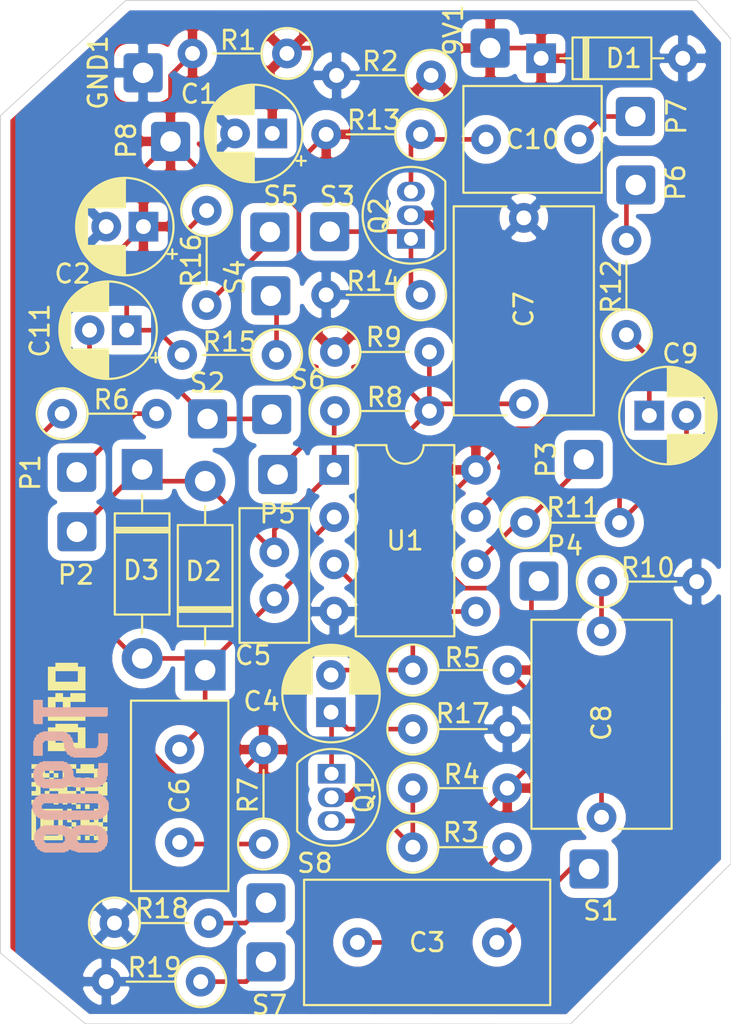
<source format=kicad_pcb>
(kicad_pcb (version 20171130) (host pcbnew 5.1.9)
  (layers (0 F.Cu signal hide) (31 B.Cu signal hide) (34 B.Paste user hide) (35 F.Paste user hide) (36 B.SilkS user) (37 F.SilkS user) (38 B.Mask user) (39 F.Mask user hide) (44 Edge.Cuts user))
  (net 0 "")
  (net 1 +9V)
  (net 2 GND)
  (net 3 VCC)
  (net 4 "Net-(C3-Pad1)")
  (net 5 "Net-(C3-Pad2)")
  (net 6 "Net-(C4-Pad2)")
  (net 7 "Net-(C4-Pad1)")
  (net 8 "Net-(C5-Pad1)")
  (net 9 "Net-(C5-Pad2)")
  (net 10 "Net-(C6-Pad2)")
  (net 11 "Net-(C8-Pad2)")
  (net 12 "Net-(C8-Pad1)")
  (net 13 "Net-(C9-Pad1)")
  (net 14 "Net-(C9-Pad2)")
  (net 15 "Net-(C10-Pad1)")
  (net 16 "Net-(C10-Pad2)")
  (net 17 "Net-(C11-Pad2)")
  (net 18 "Net-(C11-Pad1)")
  (net 19 "Net-(Q1-Pad3)")
  (net 20 "Net-(C7-Pad1)")
  (net 21 "Net-(P1-Pad1)")
  (net 22 "Net-(P3-Pad1)")
  (net 23 "Net-(P6-Pad1)")
  (net 24 "Net-(Q2-Pad1)")
  (net 25 "Net-(R15-Pad1)")
  (net 26 "Net-(R16-Pad2)")
  (net 27 "Net-(R18-Pad2)")
  (net 28 "Net-(R19-Pad1)")
  (module Capacitor_THT:CP_Radial_D5.0mm_P2.00mm (layer F.Cu) (at 246.17 119.7 90)
    (fp_text reference C4 (at 0.58 -3.74) (layer F.SilkS))
    (fp_text value "1uF/50V NP")
    (pad 2 thru_hole circle (at 2 0 90) (size 1.6 1.6) (drill 0.8) (layers *.Cu *.Mask) (net 6 "Net-(C4-Pad2)"))
    (pad 1 thru_hole rect (at 0 0 90) (size 1.6 1.6) (drill 0.8) (layers *.Cu *.Mask) (net 7 "Net-(C4-Pad1)"))
  )
  (module ts908:ts908-resize (layer B.Cu) (at 230.06 118.99 270)
    (fp_text reference TS908 hide)
    (fp_text value "" (at 0 0 270) (layer B.SilkS) (effects (font (size 1.27 1.27)) (justify mirror)))
  )
  (module ts908:QR-Code (layer F.Cu) (at 230.06 126.58 90)
    (fp_text reference QR-Code hide)
    (fp_text value "" (at 0 0 90) (layer F.SilkS) (effects (font (size 1.27 1.27))))
  )
  (module ts908:drd-logo (layer F.Cu) (at 231.94 119.42 90)
    (fp_text reference G*** hide)
    (fp_text value LOGO hide)
  )
  (module Capacitor_THT:C_Rect_L11.0mm_W7.3mm_P10.00mm_MKT (layer F.Cu) (at 260.72 125.35 90)
    (fp_text reference C8 (at 5.08 0 90) (layer F.SilkS))
    (fp_text value 0.22uF/35V)
    (pad 2 thru_hole circle (at 10 0 90) (size 1.6 1.6) (drill 0.8) (layers *.Cu *.Mask) (net 11 "Net-(C8-Pad2)"))
    (pad 1 thru_hole circle (at 0 0 90) (size 1.6 1.6) (drill 0.8) (layers *.Cu *.Mask) (net 12 "Net-(C8-Pad1)"))
  )
  (module Connector_Wire:SolderWire-0.5sqmm_1x01_D0.9mm_OD2.1mm (layer F.Cu) (at 232.49 106.8)
    (fp_text reference P1 (at -2.48 0.02 90) (layer F.SilkS))
    (fp_text value "DRIVE POT 3")
    (pad 1 thru_hole roundrect (at 0 0) (size 2.1 2.1) (drill 1.1) (layers *.Cu *.Mask) (roundrect_rratio 0.1190471428571429) (net 21 "Net-(P1-Pad1)"))
  )
  (module Package_DIP:DIP-8_W7.62mm (layer F.Cu) (at 246.34 106.67)
    (fp_text reference U1 (at 3.81 3.81) (layer F.SilkS))
    (fp_text value RC4559)
    (pad 8 thru_hole oval (at 7.62 0) (size 1.6 1.6) (drill 0.8) (layers *.Cu *.Mask) (net 1 +9V))
    (pad 4 thru_hole oval (at 0 7.62) (size 1.6 1.6) (drill 0.8) (layers *.Cu *.Mask) (net 2 GND))
    (pad 7 thru_hole oval (at 7.62 2.54) (size 1.6 1.6) (drill 0.8) (layers *.Cu *.Mask) (net 14 "Net-(C9-Pad2)"))
    (pad 3 thru_hole oval (at 0 5.08) (size 1.6 1.6) (drill 0.8) (layers *.Cu *.Mask) (net 6 "Net-(C4-Pad2)"))
    (pad 6 thru_hole oval (at 7.62 5.08) (size 1.6 1.6) (drill 0.8) (layers *.Cu *.Mask) (net 22 "Net-(P3-Pad1)"))
    (pad 2 thru_hole oval (at 0 2.54) (size 1.6 1.6) (drill 0.8) (layers *.Cu *.Mask) (net 9 "Net-(C5-Pad2)"))
    (pad 5 thru_hole oval (at 7.62 7.62) (size 1.6 1.6) (drill 0.8) (layers *.Cu *.Mask) (net 20 "Net-(C7-Pad1)"))
    (pad 1 thru_hole rect (at 0 0) (size 1.6 1.6) (drill 0.8) (layers *.Cu *.Mask) (net 8 "Net-(C5-Pad1)"))
  )
  (module Resistor_THT:R_Axial_DIN0207_L6.3mm_D2.5mm_P5.08mm_Vertical (layer F.Cu) (at 251.55 85.46 180)
    (fp_text reference R2 (at 2.73 0.76) (layer F.SilkS))
    (fp_text value 10K)
    (pad 1 thru_hole circle (at 0 0 180) (size 1.6 1.6) (drill 0.8) (layers *.Cu *.Mask) (net 3 VCC))
    (pad 2 thru_hole oval (at 5.08 0 180) (size 1.6 1.6) (drill 0.8) (layers *.Cu *.Mask) (net 2 GND))
  )
  (module ts908:ts908-art (layer F.Cu) (at 220.98 94.615)
    (fp_text reference G*** hide)
    (fp_text value LOGO hide)
  )
  (module Capacitor_THT:C_Rect_L10.0mm_W5.0mm_P5.00mm_P7.50mm (layer F.Cu) (at 238.03 120.45 270)
    (fp_text reference C6 (at 3.75 0 90) (layer F.SilkS))
    (fp_text value 0.047uF)
    (pad 2 thru_hole circle (at 6.25 0 270) (size 1.6 1.6) (drill 0.8) (layers *.Cu *.Mask) (net 10 "Net-(C6-Pad2)"))
    (pad 1 thru_hole circle (at 1.25 0 270) (size 1.6 1.6) (drill 0.8) (layers *.Cu *.Mask) (net 9 "Net-(C5-Pad2)"))
  )
  (module Connector_Wire:SolderWire-0.5sqmm_1x01_D0.9mm_OD2.1mm (layer F.Cu) (at 246.1 93.86 270)
    (fp_text reference S3 (at -1.9 -0.41 180) (layer F.SilkS))
    (fp_text value "DPDT A-COMM")
    (pad 1 thru_hole roundrect (at 0 0 270) (size 2.1 2.1) (drill 1.1) (layers *.Cu *.Mask) (roundrect_rratio 0.1190471428571429) (net 24 "Net-(Q2-Pad1)"))
  )
  (module Resistor_THT:R_Axial_DIN0207_L6.3mm_D2.5mm_P5.08mm_Vertical (layer F.Cu) (at 239.16 134.19 180)
    (fp_text reference R19 (at 2.48 0.76 180) (layer F.SilkS))
    (fp_text value 100K)
    (pad 2 thru_hole oval (at 5.08 0 180) (size 1.6 1.6) (drill 0.8) (layers *.Cu *.Mask) (net 2 GND))
    (pad 1 thru_hole circle (at 0 0 180) (size 1.6 1.6) (drill 0.8) (layers *.Cu *.Mask) (net 28 "Net-(R19-Pad1)"))
  )
  (module Connector_Wire:SolderWire-0.5sqmm_1x01_D0.9mm_OD2.1mm (layer F.Cu) (at 243.3 106.92)
    (fp_text reference P5 (at 0 2.11 180) (layer F.SilkS))
    (fp_text value "TONE POT 3")
    (pad 1 thru_hole roundrect (at 0 0) (size 2.1 2.1) (drill 1.1) (layers *.Cu *.Mask) (roundrect_rratio 0.1190471428571429) (net 20 "Net-(C7-Pad1)"))
  )
  (module Package_TO_SOT_THT:TO-92_Inline (layer F.Cu) (at 250.47 94.25 90)
    (fp_text reference Q2 (at 1.23 -1.72 90) (layer F.SilkS))
    (fp_text value 2SC1815)
    (pad 1 thru_hole rect (at 0 0 90) (size 1.05 1.5) (drill 0.75) (layers *.Cu *.Mask) (net 24 "Net-(Q2-Pad1)"))
    (pad 3 thru_hole oval (at 2.54 0 90) (size 1.05 1.5) (drill 0.75) (layers *.Cu *.Mask) (net 15 "Net-(C10-Pad1)"))
    (pad 2 thru_hole oval (at 1.27 0 90) (size 1.05 1.5) (drill 0.75) (layers *.Cu *.Mask) (net 1 +9V))
  )
  (module Resistor_THT:R_Axial_DIN0207_L6.3mm_D2.5mm_P5.08mm_Vertical (layer F.Cu) (at 250.99 88.63 180)
    (fp_text reference R13 (at 2.51 0.77) (layer F.SilkS))
    (fp_text value 510K)
    (pad 1 thru_hole circle (at 0 0 180) (size 1.6 1.6) (drill 0.8) (layers *.Cu *.Mask) (net 15 "Net-(C10-Pad1)"))
    (pad 2 thru_hole oval (at 5.08 0 180) (size 1.6 1.6) (drill 0.8) (layers *.Cu *.Mask) (net 3 VCC))
  )
  (module Resistor_THT:R_Axial_DIN0207_L6.3mm_D2.5mm_P5.08mm_Vertical (layer F.Cu) (at 246.38 103.505)
    (fp_text reference R8 (at 2.69 -0.735) (layer F.SilkS))
    (fp_text value 1K)
    (pad 2 thru_hole oval (at 5.08 0) (size 1.6 1.6) (drill 0.8) (layers *.Cu *.Mask) (net 20 "Net-(C7-Pad1)"))
    (pad 1 thru_hole circle (at 0 0) (size 1.6 1.6) (drill 0.8) (layers *.Cu *.Mask) (net 8 "Net-(C5-Pad1)"))
  )
  (module Resistor_THT:R_Axial_DIN0207_L6.3mm_D2.5mm_P5.08mm_Vertical (layer F.Cu) (at 250.57 117.435)
    (fp_text reference R5 (at 2.68 -0.665) (layer F.SilkS))
    (fp_text value 10K)
    (pad 2 thru_hole oval (at 5.08 0) (size 1.6 1.6) (drill 0.8) (layers *.Cu *.Mask) (net 3 VCC))
    (pad 1 thru_hole circle (at 0 0) (size 1.6 1.6) (drill 0.8) (layers *.Cu *.Mask) (net 6 "Net-(C4-Pad2)"))
  )
  (module Capacitor_THT:CP_Radial_D5.0mm_P2.00mm (layer F.Cu) (at 235.18 99.16 180)
    (fp_text reference C11 (at 4.67 -0.02 270) (layer F.SilkS))
    (fp_text value 10uF)
    (pad 2 thru_hole circle (at 2 0 180) (size 1.6 1.6) (drill 0.8) (layers *.Cu *.Mask) (net 17 "Net-(C11-Pad2)"))
    (pad 1 thru_hole rect (at 0 0 180) (size 1.6 1.6) (drill 0.8) (layers *.Cu *.Mask) (net 18 "Net-(C11-Pad1)"))
  )
  (module Capacitor_THT:CP_Radial_D5.0mm_P2.00mm (layer F.Cu) (at 236.08 93.59 180)
    (fp_text reference C2 (at 3.81 -2.54) (layer F.SilkS))
    (fp_text value 47uF/10V)
    (pad 1 thru_hole rect (at 0 0 180) (size 1.6 1.6) (drill 0.8) (layers *.Cu *.Mask) (net 3 VCC))
    (pad 2 thru_hole circle (at 2 0 180) (size 1.6 1.6) (drill 0.8) (layers *.Cu *.Mask) (net 2 GND))
  )
  (module Capacitor_THT:CP_Radial_D5.0mm_P2.00mm (layer F.Cu) (at 263.29 103.75)
    (fp_text reference C9 (at 1.67 -3.33 180) (layer F.SilkS))
    (fp_text value "1uF/50V NP")
    (pad 2 thru_hole circle (at 2 0) (size 1.6 1.6) (drill 0.8) (layers *.Cu *.Mask) (net 14 "Net-(C9-Pad2)"))
    (pad 1 thru_hole rect (at 0 0) (size 1.6 1.6) (drill 0.8) (layers *.Cu *.Mask) (net 13 "Net-(C9-Pad1)"))
  )
  (module Capacitor_THT:CP_Radial_D5.0mm_P2.00mm (layer F.Cu) (at 243.01 88.58 180)
    (fp_text reference C1 (at 3.96 2.12) (layer F.SilkS))
    (fp_text value 100uF/10V)
    (pad 1 thru_hole rect (at 0 0 180) (size 1.6 1.6) (drill 0.8) (layers *.Cu *.Mask) (net 1 +9V))
    (pad 2 thru_hole circle (at 2 0 180) (size 1.6 1.6) (drill 0.8) (layers *.Cu *.Mask) (net 2 GND))
  )
  (module Capacitor_THT:C_Rect_L11.0mm_W7.3mm_P10.00mm_MKT (layer F.Cu) (at 256.54 103.12 90)
    (fp_text reference C7 (at 5.08 0 90) (layer F.SilkS))
    (fp_text value 0.22uF/35V)
    (pad 2 thru_hole circle (at 10 0 90) (size 1.6 1.6) (drill 0.8) (layers *.Cu *.Mask) (net 2 GND))
    (pad 1 thru_hole circle (at 0 0 90) (size 1.6 1.6) (drill 0.8) (layers *.Cu *.Mask) (net 20 "Net-(C7-Pad1)"))
  )
  (module Connector_Wire:SolderWire-0.5sqmm_1x01_D0.9mm_OD2.1mm (layer F.Cu) (at 260.05 128.13 180)
    (fp_text reference S1 (at -0.635 -2.25) (layer F.SilkS))
    (fp_text value "3PDT A-LEFT")
    (pad 1 thru_hole roundrect (at 0 0 180) (size 2.1 2.1) (drill 1.1) (layers *.Cu *.Mask) (roundrect_rratio 0.1190471428571429) (net 5 "Net-(C3-Pad2)"))
  )
  (module Resistor_THT:R_Axial_DIN0207_L6.3mm_D2.5mm_P5.08mm_Vertical (layer F.Cu) (at 239.48 92.73 270)
    (fp_text reference R16 (at 2.69 0.83 90) (layer F.SilkS))
    (fp_text value 100)
    (pad 2 thru_hole oval (at 5.08 0 270) (size 1.6 1.6) (drill 0.8) (layers *.Cu *.Mask) (net 26 "Net-(R16-Pad2)"))
    (pad 1 thru_hole circle (at 0 0 270) (size 1.6 1.6) (drill 0.8) (layers *.Cu *.Mask) (net 18 "Net-(C11-Pad1)"))
  )
  (module Resistor_THT:R_Axial_DIN0207_L6.3mm_D2.5mm_P5.08mm_Vertical (layer F.Cu) (at 234.52 131.04)
    (fp_text reference R18 (at 2.56 -0.78 180) (layer F.SilkS))
    (fp_text value 10K)
    (pad 2 thru_hole oval (at 5.08 0) (size 1.6 1.6) (drill 0.8) (layers *.Cu *.Mask) (net 27 "Net-(R18-Pad2)"))
    (pad 1 thru_hole circle (at 0 0) (size 1.6 1.6) (drill 0.8) (layers *.Cu *.Mask) (net 2 GND))
  )
  (module Package_TO_SOT_THT:TO-92_Inline (layer F.Cu) (at 246.2 123.01 270)
    (fp_text reference Q1 (at 1.13 -1.75 270) (layer F.SilkS))
    (fp_text value 2SC1815)
    (pad 1 thru_hole rect (at 0 0 270) (size 1.05 1.5) (drill 0.75) (layers *.Cu *.Mask) (net 7 "Net-(C4-Pad1)"))
    (pad 3 thru_hole oval (at 2.54 0 270) (size 1.05 1.5) (drill 0.75) (layers *.Cu *.Mask) (net 19 "Net-(Q1-Pad3)"))
    (pad 2 thru_hole oval (at 1.27 0 270) (size 1.05 1.5) (drill 0.75) (layers *.Cu *.Mask) (net 1 +9V))
  )
  (module Connector_Wire:SolderWire-0.5sqmm_1x01_D0.9mm_OD2.1mm (layer F.Cu) (at 259.76 106.11 90)
    (fp_text reference P3 (at -0.01 -2.02 90) (layer F.SilkS))
    (fp_text value "TONE POT 1")
    (pad 1 thru_hole roundrect (at 0 0 90) (size 2.1 2.1) (drill 1.1) (layers *.Cu *.Mask) (roundrect_rratio 0.1190471428571429) (net 22 "Net-(P3-Pad1)"))
  )
  (module Connector_Wire:SolderWire-0.5sqmm_1x01_D0.9mm_OD2.1mm (layer F.Cu) (at 242.67 133.125)
    (fp_text reference S7 (at 0.19 2.325) (layer F.SilkS))
    (fp_text value "DPDT B-LEFT")
    (pad 1 thru_hole roundrect (at 0 0) (size 2.1 2.1) (drill 1.1) (layers *.Cu *.Mask) (roundrect_rratio 0.1190471428571429) (net 28 "Net-(R19-Pad1)"))
  )
  (module Resistor_THT:R_Axial_DIN0207_L6.3mm_D2.5mm_P5.08mm_Vertical (layer F.Cu) (at 242.54 126.79 90)
    (fp_text reference R7 (at 2.62 -0.83 90) (layer F.SilkS))
    (fp_text value 4K7)
    (pad 2 thru_hole oval (at 5.08 0 90) (size 1.6 1.6) (drill 0.8) (layers *.Cu *.Mask) (net 3 VCC))
    (pad 1 thru_hole circle (at 0 0 90) (size 1.6 1.6) (drill 0.8) (layers *.Cu *.Mask) (net 10 "Net-(C6-Pad2)"))
  )
  (module Connector_Wire:SolderWire-0.5sqmm_1x01_D0.9mm_OD2.1mm (layer F.Cu) (at 242.93 97.31 180)
    (fp_text reference S4 (at 1.92 1 90) (layer F.SilkS))
    (fp_text value "DPDT A-LEFT")
    (pad 1 thru_hole roundrect (at 0 0 180) (size 2.1 2.1) (drill 1.1) (layers *.Cu *.Mask) (roundrect_rratio 0.1190471428571429) (net 25 "Net-(R15-Pad1)"))
  )
  (module Resistor_THT:R_Axial_DIN0207_L6.3mm_D2.5mm_P5.08mm_Vertical (layer F.Cu) (at 243.24 100.49 180)
    (fp_text reference R15 (at 2.53 0.7) (layer F.SilkS))
    (fp_text value 470)
    (pad 2 thru_hole oval (at 5.08 0 180) (size 1.6 1.6) (drill 0.8) (layers *.Cu *.Mask) (net 18 "Net-(C11-Pad1)"))
    (pad 1 thru_hole circle (at 0 0 180) (size 1.6 1.6) (drill 0.8) (layers *.Cu *.Mask) (net 25 "Net-(R15-Pad1)"))
  )
  (module Connector_Wire:SolderWire-0.5sqmm_1x01_D0.9mm_OD2.1mm (layer F.Cu) (at 239.53 103.93 90)
    (fp_text reference S2 (at 1.94 -0.01) (layer F.SilkS))
    (fp_text value "3PDT A-RIGHT")
    (pad 1 thru_hole roundrect (at 0 0 90) (size 2.1 2.1) (drill 1.1) (layers *.Cu *.Mask) (roundrect_rratio 0.1190471428571429) (net 17 "Net-(C11-Pad2)"))
  )
  (module Connector_Wire:SolderWire-0.5sqmm_1x01_D0.9mm_OD2.1mm (layer F.Cu) (at 254.73 83.99 90)
    (fp_text reference 9V1 (at 0.97 -1.98 90) (layer F.SilkS))
    (fp_text value DC-JACK)
    (pad 1 thru_hole roundrect (at 0 0 90) (size 2.1 2.1) (drill 1.1) (layers *.Cu *.Mask) (roundrect_rratio 0.1190471428571429) (net 1 +9V))
  )
  (module Resistor_THT:R_Axial_DIN0207_L6.3mm_D2.5mm_P5.08mm_Vertical (layer F.Cu) (at 243.8 84.28 180)
    (fp_text reference R1 (at 2.63 0.71) (layer F.SilkS))
    (fp_text value 10K)
    (pad 2 thru_hole oval (at 5.08 0 180) (size 1.6 1.6) (drill 0.8) (layers *.Cu *.Mask) (net 3 VCC))
    (pad 1 thru_hole circle (at 0 0 180) (size 1.6 1.6) (drill 0.8) (layers *.Cu *.Mask) (net 1 +9V))
  )
  (module Diode_THT:D_DO-41_SOD81_P10.16mm_Horizontal (layer F.Cu) (at 236.01 106.65 270)
    (fp_text reference D3 (at 5.42 0.05 180) (layer F.SilkS))
    (fp_text value 1N4001)
    (pad 2 thru_hole oval (at 10.16 0 270) (size 2.2 2.2) (drill 1.1) (layers *.Cu *.Mask) (net 9 "Net-(C5-Pad2)"))
    (pad 1 thru_hole rect (at 0 0 270) (size 2.2 2.2) (drill 1.1) (layers *.Cu *.Mask) (net 8 "Net-(C5-Pad1)"))
  )
  (module Connector_Wire:SolderWire-0.5sqmm_1x01_D0.9mm_OD2.1mm (layer F.Cu) (at 242.67 129.95)
    (fp_text reference S8 (at 2.63 -2.13 180) (layer F.SilkS))
    (fp_text value "DPDT B-RIGHT")
    (pad 1 thru_hole roundrect (at 0 0) (size 2.1 2.1) (drill 1.1) (layers *.Cu *.Mask) (roundrect_rratio 0.1190471428571429) (net 27 "Net-(R18-Pad2)"))
  )
  (module Resistor_THT:R_Axial_DIN0207_L6.3mm_D2.5mm_P5.08mm_Vertical (layer F.Cu) (at 250.57 126.96)
    (fp_text reference R3 (at 2.59 -0.79 180) (layer F.SilkS))
    (fp_text value 1K)
    (pad 2 thru_hole oval (at 5.08 0) (size 1.6 1.6) (drill 0.8) (layers *.Cu *.Mask) (net 4 "Net-(C3-Pad1)"))
    (pad 1 thru_hole circle (at 0 0) (size 1.6 1.6) (drill 0.8) (layers *.Cu *.Mask) (net 19 "Net-(Q1-Pad3)"))
  )
  (module Connector_Wire:SolderWire-0.5sqmm_1x01_D0.9mm_OD2.1mm (layer F.Cu) (at 236.06 85.32 90)
    (fp_text reference GND1 (at 0.01 -2.42 270) (layer F.SilkS))
    (fp_text value DC-JACK)
    (pad 1 thru_hole roundrect (at 0 0 90) (size 2.1 2.1) (drill 1.1) (layers *.Cu *.Mask) (roundrect_rratio 0.1190471428571429) (net 2 GND))
  )
  (module Connector_Wire:SolderWire-0.5sqmm_1x01_D0.9mm_OD2.1mm (layer F.Cu) (at 262.54 87.67 90)
    (fp_text reference P7 (at 0 2.22 90) (layer F.SilkS))
    (fp_text value "VOL POT 2")
    (pad 1 thru_hole roundrect (at 0 0 90) (size 2.1 2.1) (drill 1.1) (layers *.Cu *.Mask) (roundrect_rratio 0.1190471428571429) (net 16 "Net-(C10-Pad2)"))
  )
  (module Resistor_THT:R_Axial_DIN0207_L6.3mm_D2.5mm_P5.08mm_Vertical (layer F.Cu) (at 260.76 112.68)
    (fp_text reference R10 (at 2.45 -0.75) (layer F.SilkS))
    (fp_text value 220)
    (pad 2 thru_hole oval (at 5.08 0) (size 1.6 1.6) (drill 0.8) (layers *.Cu *.Mask) (net 2 GND))
    (pad 1 thru_hole circle (at 0 0) (size 1.6 1.6) (drill 0.8) (layers *.Cu *.Mask) (net 11 "Net-(C8-Pad2)"))
  )
  (module Connector_Wire:SolderWire-0.5sqmm_1x01_D0.9mm_OD2.1mm (layer F.Cu) (at 242.88 93.88 90)
    (fp_text reference S5 (at 1.94 0.6 180) (layer F.SilkS))
    (fp_text value "DPDT A-RIGHT")
    (pad 1 thru_hole roundrect (at 0 0 90) (size 2.1 2.1) (drill 1.1) (layers *.Cu *.Mask) (roundrect_rratio 0.1190471428571429) (net 26 "Net-(R16-Pad2)"))
  )
  (module Capacitor_THT:C_Rect_L7.0mm_W3.5mm_P2.50mm_P5.00mm (layer F.Cu) (at 243.12 109.85 270)
    (fp_text reference C5 (at 6.8 1.14 180) (layer F.SilkS))
    (fp_text value 51pF)
    (pad 2 thru_hole circle (at 3.75 0 270) (size 1.6 1.6) (drill 0.8) (layers *.Cu *.Mask) (net 9 "Net-(C5-Pad2)"))
    (pad 1 thru_hole circle (at 1.25 0 270) (size 1.6 1.6) (drill 0.8) (layers *.Cu *.Mask) (net 8 "Net-(C5-Pad1)"))
  )
  (module Resistor_THT:R_Axial_DIN0207_L6.3mm_D2.5mm_P5.08mm_Vertical (layer F.Cu) (at 250.57 123.785)
    (fp_text reference R4 (at 2.63 -0.735) (layer F.SilkS))
    (fp_text value 510K)
    (pad 2 thru_hole oval (at 5.08 0) (size 1.6 1.6) (drill 0.8) (layers *.Cu *.Mask) (net 3 VCC))
    (pad 1 thru_hole circle (at 0 0) (size 1.6 1.6) (drill 0.8) (layers *.Cu *.Mask) (net 19 "Net-(Q1-Pad3)"))
  )
  (module Diode_THT:D_DO-35_SOD27_P7.62mm_Horizontal (layer F.Cu) (at 257.47 84.54)
    (fp_text reference D1 (at 4.445 0) (layer F.SilkS))
    (fp_text value 1N4148)
    (pad 2 thru_hole oval (at 7.62 0) (size 1.6 1.6) (drill 0.8) (layers *.Cu *.Mask) (net 2 GND))
    (pad 1 thru_hole rect (at 0 0) (size 1.6 1.6) (drill 0.8) (layers *.Cu *.Mask) (net 1 +9V))
  )
  (module Connector_Wire:SolderWire-0.5sqmm_1x01_D0.9mm_OD2.1mm (layer F.Cu) (at 232.5 110)
    (fp_text reference P2 (at -0.05 2.32 180) (layer F.SilkS))
    (fp_text value "DRIVE POT 2")
    (pad 1 thru_hole roundrect (at 0 0) (size 2.1 2.1) (drill 1.1) (layers *.Cu *.Mask) (roundrect_rratio 0.1190471428571429) (net 8 "Net-(C5-Pad1)"))
  )
  (module Connector_Wire:SolderWire-0.5sqmm_1x01_D0.9mm_OD2.1mm (layer F.Cu) (at 237.54 89.01 270)
    (fp_text reference P8 (at -0.05 2.38 90) (layer F.SilkS))
    (fp_text value "VOL POT 3")
    (pad 1 thru_hole roundrect (at 0 0 270) (size 2.1 2.1) (drill 1.1) (layers *.Cu *.Mask) (roundrect_rratio 0.1190471428571429) (net 3 VCC))
  )
  (module Resistor_THT:R_Axial_DIN0207_L6.3mm_D2.5mm_P5.08mm_Vertical (layer F.Cu) (at 256.61 109.51)
    (fp_text reference R11 (at 2.59 -0.81) (layer F.SilkS))
    (fp_text value 1K)
    (pad 2 thru_hole oval (at 5.08 0) (size 1.6 1.6) (drill 0.8) (layers *.Cu *.Mask) (net 14 "Net-(C9-Pad2)"))
    (pad 1 thru_hole circle (at 0 0) (size 1.6 1.6) (drill 0.8) (layers *.Cu *.Mask) (net 22 "Net-(P3-Pad1)"))
  )
  (module Capacitor_THT:C_Rect_L7.2mm_W5.5mm_P5.00mm_FKS2_FKP2_MKS2_MKP2 (layer F.Cu) (at 254.51 88.9)
    (fp_text reference C10 (at 2.5 0) (layer F.SilkS))
    (fp_text value 0.1uF)
    (pad 2 thru_hole circle (at 5 0) (size 1.6 1.6) (drill 0.8) (layers *.Cu *.Mask) (net 16 "Net-(C10-Pad2)"))
    (pad 1 thru_hole circle (at 0 0) (size 1.6 1.6) (drill 0.8) (layers *.Cu *.Mask) (net 15 "Net-(C10-Pad1)"))
  )
  (module Capacitor_THT:C_Rect_L13.0mm_W6.5mm_P7.50mm_P10.00mm (layer F.Cu) (at 246.34 132.08)
    (fp_text reference C3 (at 5 0) (layer F.SilkS))
    (fp_text value 0.02uF)
    (pad 2 thru_hole circle (at 8.75 0) (size 1.6 1.6) (drill 0.8) (layers *.Cu *.Mask) (net 5 "Net-(C3-Pad2)"))
    (pad 1 thru_hole circle (at 1.25 0) (size 1.6 1.6) (drill 0.8) (layers *.Cu *.Mask) (net 4 "Net-(C3-Pad1)"))
  )
  (module Resistor_THT:R_Axial_DIN0207_L6.3mm_D2.5mm_P5.08mm_Vertical (layer F.Cu) (at 231.71 103.65)
    (fp_text reference R6 (at 2.66 -0.75) (layer F.SilkS))
    (fp_text value 51K)
    (pad 2 thru_hole oval (at 5.08 0) (size 1.6 1.6) (drill 0.8) (layers *.Cu *.Mask) (net 21 "Net-(P1-Pad1)"))
    (pad 1 thru_hole circle (at 0 0) (size 1.6 1.6) (drill 0.8) (layers *.Cu *.Mask) (net 9 "Net-(C5-Pad2)"))
  )
  (module Connector_Wire:SolderWire-0.5sqmm_1x01_D0.9mm_OD2.1mm (layer F.Cu) (at 257.35 112.65)
    (fp_text reference P4 (at 1.4 -1.89) (layer F.SilkS))
    (fp_text value "TONE POT 2")
    (pad 1 thru_hole roundrect (at 0 0) (size 2.1 2.1) (drill 1.1) (layers *.Cu *.Mask) (roundrect_rratio 0.1190471428571429) (net 12 "Net-(C8-Pad1)"))
  )
  (module Resistor_THT:R_Axial_DIN0207_L6.3mm_D2.5mm_P5.08mm_Vertical (layer F.Cu) (at 262.06 99.41 90)
    (fp_text reference R12 (at 2.59 -0.82 90) (layer F.SilkS))
    (fp_text value 1K)
    (pad 2 thru_hole oval (at 5.08 0 90) (size 1.6 1.6) (drill 0.8) (layers *.Cu *.Mask) (net 23 "Net-(P6-Pad1)"))
    (pad 1 thru_hole circle (at 0 0 90) (size 1.6 1.6) (drill 0.8) (layers *.Cu *.Mask) (net 13 "Net-(C9-Pad1)"))
  )
  (module Connector_Wire:SolderWire-0.5sqmm_1x01_D0.9mm_OD2.1mm (layer F.Cu) (at 262.56 91.35 90)
    (fp_text reference P6 (at 0.13 2.14 90) (layer F.SilkS))
    (fp_text value "VOL POT 1")
    (pad 1 thru_hole roundrect (at 0 0 90) (size 2.1 2.1) (drill 1.1) (layers *.Cu *.Mask) (roundrect_rratio 0.1190471428571429) (net 23 "Net-(P6-Pad1)"))
  )
  (module Connector_Wire:SolderWire-0.5sqmm_1x01_D0.9mm_OD2.1mm (layer F.Cu) (at 242.98 103.69 180)
    (fp_text reference S6 (at -1.95 1.88) (layer F.SilkS))
    (fp_text value "DPDT B-COMM")
    (pad 1 thru_hole roundrect (at 0 0 180) (size 2.1 2.1) (drill 1.1) (layers *.Cu *.Mask) (roundrect_rratio 0.1190471428571429) (net 17 "Net-(C11-Pad2)"))
  )
  (module Resistor_THT:R_Axial_DIN0207_L6.3mm_D2.5mm_P5.08mm_Vertical (layer F.Cu) (at 246.38 100.33)
    (fp_text reference R9 (at 2.63 -0.79) (layer F.SilkS))
    (fp_text value 10K)
    (pad 2 thru_hole oval (at 5.08 0) (size 1.6 1.6) (drill 0.8) (layers *.Cu *.Mask) (net 20 "Net-(C7-Pad1)"))
    (pad 1 thru_hole circle (at 0 0) (size 1.6 1.6) (drill 0.8) (layers *.Cu *.Mask) (net 3 VCC))
  )
  (module Resistor_THT:R_Axial_DIN0207_L6.3mm_D2.5mm_P5.08mm_Vertical (layer F.Cu) (at 250.99 97.26 180)
    (fp_text reference R14 (at 2.54 0.73) (layer F.SilkS))
    (fp_text value 10K)
    (pad 2 thru_hole oval (at 5.08 0 180) (size 1.6 1.6) (drill 0.8) (layers *.Cu *.Mask) (net 2 GND))
    (pad 1 thru_hole circle (at 0 0 180) (size 1.6 1.6) (drill 0.8) (layers *.Cu *.Mask) (net 24 "Net-(Q2-Pad1)"))
  )
  (module Resistor_THT:R_Axial_DIN0207_L6.3mm_D2.5mm_P5.08mm_Vertical (layer F.Cu) (at 250.57 120.61)
    (fp_text reference R17 (at 2.68 -0.84 180) (layer F.SilkS))
    (fp_text value 10K)
    (pad 2 thru_hole oval (at 5.08 0) (size 1.6 1.6) (drill 0.8) (layers *.Cu *.Mask) (net 2 GND))
    (pad 1 thru_hole circle (at 0 0) (size 1.6 1.6) (drill 0.8) (layers *.Cu *.Mask) (net 7 "Net-(C4-Pad1)"))
  )
  (module Diode_THT:D_DO-41_SOD81_P10.16mm_Horizontal (layer F.Cu) (at 239.4 117.44 90)
    (fp_text reference D2 (at 5.32 -0.09 180) (layer F.SilkS))
    (fp_text value 1N4001)
    (pad 2 thru_hole oval (at 10.16 0 90) (size 2.2 2.2) (drill 1.1) (layers *.Cu *.Mask) (net 8 "Net-(C5-Pad1)"))
    (pad 1 thru_hole rect (at 0 0 90) (size 2.2 2.2) (drill 1.1) (layers *.Cu *.Mask) (net 9 "Net-(C5-Pad2)"))
  )
  (gr_line (start 265.84 81.43) (end 267.68 83.49) (layer Edge.Cuts) (width 0.05))
  (gr_line (start 228.39 87.62) (end 235.13 81.43) (layer Edge.Cuts) (width 0.05))
  (gr_line (start 228.39 132.65) (end 228.39 87.62) (layer Edge.Cuts) (width 0.05))
  (gr_line (start 232.97 136.46) (end 228.39 132.65) (layer Edge.Cuts) (width 0.05))
  (gr_line (start 259.05 136.47) (end 232.97 136.46) (layer Edge.Cuts) (width 0.05))
  (gr_line (start 267.68 127.84) (end 259.05 136.47) (layer Edge.Cuts) (width 0.05))
  (gr_line (start 267.68 83.49) (end 267.68 127.84) (layer Edge.Cuts) (width 0.05))
  (gr_line (start 235.13 81.43) (end 265.84 81.43) (layer Edge.Cuts) (width 0.05))
  (segment (start 243.01 85.07) (end 243.8 84.28) (width 0.25) (layer F.Cu) (net 1))
  (segment (start 243.01 88.58) (end 243.01 85.07) (width 0.25) (layer F.Cu) (net 1))
  (segment (start 250.47 92.98) (end 249.87 92.98) (width 0.25) (layer F.Cu) (net 1))
  (segment (start 256.92 83.99) (end 257.47 84.54) (width 0.25) (layer F.Cu) (net 1))
  (segment (start 254.73 83.99) (end 256.92 83.99) (width 0.25) (layer F.Cu) (net 1))
  (segment (start 251.060002 92.98) (end 250.47 92.98) (width 0.25) (layer F.Cu) (net 1))
  (segment (start 258.13 100.049998) (end 251.060002 92.98) (width 0.25) (layer F.Cu) (net 1))
  (segment (start 246.2 124.28) (end 246.99 124.28) (width 0.25) (layer F.Cu) (net 1))
  (segment (start 246.99 124.28) (end 249.13 122.14) (width 0.25) (layer F.Cu) (net 1))
  (segment (start 249.13 122.14) (end 251.76 122.14) (width 0.25) (layer F.Cu) (net 1))
  (segment (start 251.76 122.14) (end 253.21 120.69) (width 0.25) (layer F.Cu) (net 1))
  (segment (start 253.21 120.69) (end 253.21 117.28) (width 0.25) (layer F.Cu) (net 1))
  (segment (start 253.21 117.28) (end 255.36 115.13) (width 0.25) (layer F.Cu) (net 1))
  (segment (start 255.36 115.13) (end 255.36 113.59) (width 0.25) (layer F.Cu) (net 1))
  (segment (start 255.36 113.59) (end 254.8 113.03) (width 0.25) (layer F.Cu) (net 1))
  (segment (start 254.8 113.03) (end 253.33641 113.03) (width 0.25) (layer F.Cu) (net 1))
  (segment (start 253.33641 113.03) (end 252.36 112.05359) (width 0.25) (layer F.Cu) (net 1))
  (segment (start 252.36 108.27) (end 253.96 106.67) (width 0.25) (layer F.Cu) (net 1))
  (segment (start 252.36 112.05359) (end 252.36 108.27) (width 0.25) (layer F.Cu) (net 1))
  (segment (start 244.09 83.99) (end 243.8 84.28) (width 0.25) (layer F.Cu) (net 1))
  (segment (start 254.73 83.99) (end 244.09 83.99) (width 0.25) (layer F.Cu) (net 1))
  (segment (start 250.47 92.98) (end 253.35 92.98) (width 0.25) (layer F.Cu) (net 1))
  (segment (start 257.47 88.86) (end 257.47 84.54) (width 0.25) (layer F.Cu) (net 1))
  (segment (start 253.35 92.98) (end 257.47 88.86) (width 0.25) (layer F.Cu) (net 1))
  (segment (start 253.96 106.67) (end 256.17 104.46) (width 0.25) (layer F.Cu) (net 1))
  (segment (start 256.17 104.46) (end 257.13 104.46) (width 0.25) (layer F.Cu) (net 1))
  (segment (start 258.13 103.46) (end 258.13 103.34) (width 0.25) (layer F.Cu) (net 1))
  (segment (start 257.13 104.46) (end 258.13 103.46) (width 0.25) (layer F.Cu) (net 1))
  (segment (start 258.13 103.34) (end 258.13 100.049998) (width 0.25) (layer F.Cu) (net 1))
  (segment (start 255.65 117.435) (end 257.45 119.235) (width 0.25) (layer F.Cu) (net 3))
  (segment (start 257.45 121.985) (end 255.65 123.785) (width 0.25) (layer F.Cu) (net 3))
  (segment (start 257.45 119.235) (end 257.45 121.985) (width 0.25) (layer F.Cu) (net 3))
  (segment (start 248.38 88.63) (end 251.55 85.46) (width 0.25) (layer F.Cu) (net 3))
  (segment (start 245.91 88.63) (end 248.38 88.63) (width 0.25) (layer F.Cu) (net 3))
  (segment (start 246.38 100.33) (end 248.04 98.67) (width 0.25) (layer F.Cu) (net 3))
  (segment (start 248.04 98.67) (end 248.04 96.84) (width 0.25) (layer F.Cu) (net 3))
  (segment (start 248.04 96.84) (end 246.85 95.65) (width 0.25) (layer F.Cu) (net 3))
  (segment (start 246.85 95.65) (end 245.06 95.65) (width 0.25) (layer F.Cu) (net 3))
  (segment (start 245.06 95.65) (end 244.44 95.03) (width 0.25) (layer F.Cu) (net 3))
  (segment (start 244.44 95.03) (end 244.44 92.66) (width 0.25) (layer F.Cu) (net 3))
  (segment (start 239.22 90.69) (end 237.54 89.01) (width 0.25) (layer F.Cu) (net 3))
  (segment (start 242.47 90.69) (end 239.22 90.69) (width 0.25) (layer F.Cu) (net 3))
  (segment (start 236.08 90.47) (end 237.54 89.01) (width 0.25) (layer F.Cu) (net 3))
  (segment (start 236.08 93.59) (end 236.08 90.47) (width 0.25) (layer F.Cu) (net 3))
  (segment (start 237.54 85.46) (end 238.72 84.28) (width 0.25) (layer F.Cu) (net 3))
  (segment (start 237.54 89.01) (end 237.54 85.46) (width 0.25) (layer F.Cu) (net 3))
  (segment (start 243.655 90.885) (end 243.655 91.875) (width 0.25) (layer F.Cu) (net 3))
  (segment (start 245.91 88.63) (end 243.655 90.885) (width 0.25) (layer F.Cu) (net 3))
  (segment (start 243.655 91.875) (end 242.47 90.69) (width 0.25) (layer F.Cu) (net 3))
  (segment (start 244.44 92.66) (end 243.655 91.875) (width 0.25) (layer F.Cu) (net 3))
  (segment (start 242.54 123.317095) (end 244.12 124.897095) (width 0.25) (layer F.Cu) (net 3))
  (segment (start 242.54 121.71) (end 242.54 123.317095) (width 0.25) (layer F.Cu) (net 3))
  (segment (start 244.12 124.897095) (end 244.12 126.18) (width 0.25) (layer F.Cu) (net 3))
  (segment (start 244.12 126.18) (end 247.53 129.59) (width 0.25) (layer F.Cu) (net 3))
  (segment (start 247.53 129.59) (end 251.11 129.59) (width 0.25) (layer F.Cu) (net 3))
  (segment (start 251.11 129.59) (end 253.24 127.46) (width 0.25) (layer F.Cu) (net 3))
  (segment (start 253.24 126.195) (end 255.65 123.785) (width 0.25) (layer F.Cu) (net 3))
  (segment (start 253.24 127.46) (end 253.24 126.195) (width 0.25) (layer F.Cu) (net 3))
  (segment (start 242.54 121.71) (end 239.67 124.58) (width 0.25) (layer F.Cu) (net 3))
  (segment (start 239.244998 124.58) (end 229.859991 115.194993) (width 0.25) (layer F.Cu) (net 3))
  (segment (start 239.67 124.58) (end 239.244998 124.58) (width 0.25) (layer F.Cu) (net 3))
  (segment (start 229.859991 97.580009) (end 231.22 96.22) (width 0.25) (layer F.Cu) (net 3))
  (segment (start 233.45 96.22) (end 236.08 93.59) (width 0.25) (layer F.Cu) (net 3))
  (segment (start 231.22 96.22) (end 233.45 96.22) (width 0.25) (layer F.Cu) (net 3))
  (segment (start 250.53 132.08) (end 255.65 126.96) (width 0.25) (layer F.Cu) (net 4))
  (segment (start 247.59 132.08) (end 250.53 132.08) (width 0.25) (layer F.Cu) (net 4))
  (segment (start 259.04 128.13) (end 255.09 132.08) (width 0.25) (layer F.Cu) (net 5))
  (segment (start 260.05 128.13) (end 259.04 128.13) (width 0.25) (layer F.Cu) (net 5))
  (segment (start 246.435 117.435) (end 246.17 117.7) (width 0.25) (layer F.Cu) (net 6))
  (segment (start 250.57 117.435) (end 246.435 117.435) (width 0.25) (layer F.Cu) (net 6))
  (segment (start 250.57 115.98) (end 250.57 117.435) (width 0.25) (layer F.Cu) (net 6))
  (segment (start 246.34 111.75) (end 250.57 115.98) (width 0.25) (layer F.Cu) (net 6))
  (segment (start 247.08 120.61) (end 246.17 119.7) (width 0.25) (layer F.Cu) (net 7))
  (segment (start 250.57 120.61) (end 247.08 120.61) (width 0.25) (layer F.Cu) (net 7))
  (segment (start 246.2 119.73) (end 246.17 119.7) (width 0.25) (layer F.Cu) (net 7))
  (segment (start 246.2 123.01) (end 246.2 119.73) (width 0.25) (layer F.Cu) (net 7))
  (segment (start 246.34 103.545) (end 246.38 103.505) (width 0.25) (layer F.Cu) (net 8))
  (segment (start 246.34 106.67) (end 246.34 103.545) (width 0.25) (layer F.Cu) (net 8))
  (segment (start 239.4 107.38) (end 239.4 107.28) (width 0.25) (layer F.Cu) (net 8))
  (segment (start 243.12 111.1) (end 239.4 107.38) (width 0.25) (layer F.Cu) (net 8))
  (segment (start 236.64 107.28) (end 236.01 106.65) (width 0.25) (layer F.Cu) (net 8))
  (segment (start 239.4 107.28) (end 236.64 107.28) (width 0.25) (layer F.Cu) (net 8))
  (segment (start 235.85 106.65) (end 232.5 110) (width 0.25) (layer F.Cu) (net 8))
  (segment (start 236.01 106.65) (end 235.85 106.65) (width 0.25) (layer F.Cu) (net 8))
  (segment (start 243.12 109.89) (end 243.12 111.1) (width 0.25) (layer F.Cu) (net 8))
  (segment (start 246.34 106.67) (end 243.12 109.89) (width 0.25) (layer F.Cu) (net 8))
  (segment (start 238.77 116.81) (end 239.4 117.44) (width 0.25) (layer F.Cu) (net 9))
  (segment (start 236.01 116.81) (end 238.77 116.81) (width 0.25) (layer F.Cu) (net 9))
  (segment (start 239.4 120.33) (end 238.03 121.7) (width 0.25) (layer F.Cu) (net 9))
  (segment (start 239.4 117.44) (end 239.4 120.33) (width 0.25) (layer F.Cu) (net 9))
  (segment (start 239.4 117.32) (end 243.12 113.6) (width 0.25) (layer F.Cu) (net 9))
  (segment (start 239.4 117.44) (end 239.4 117.32) (width 0.25) (layer F.Cu) (net 9))
  (segment (start 243.12 113.6) (end 244.76 111.96) (width 0.25) (layer F.Cu) (net 9))
  (segment (start 244.76 110.79) (end 246.34 109.21) (width 0.25) (layer F.Cu) (net 9))
  (segment (start 244.76 111.96) (end 244.76 110.79) (width 0.25) (layer F.Cu) (net 9))
  (segment (start 231.71 103.65) (end 230.31 105.05) (width 0.25) (layer F.Cu) (net 9))
  (segment (start 230.31 105.05) (end 230.31 111.46) (width 0.25) (layer F.Cu) (net 9))
  (segment (start 235.66 116.81) (end 236.01 116.81) (width 0.25) (layer F.Cu) (net 9))
  (segment (start 230.31 111.46) (end 235.66 116.81) (width 0.25) (layer F.Cu) (net 9))
  (segment (start 238.12 126.79) (end 238.03 126.7) (width 0.25) (layer F.Cu) (net 10))
  (segment (start 242.54 126.79) (end 238.12 126.79) (width 0.25) (layer F.Cu) (net 10))
  (segment (start 260.34 114.97) (end 260.72 115.35) (width 0.25) (layer F.Cu) (net 11))
  (segment (start 260.72 112.72) (end 260.76 112.68) (width 0.25) (layer F.Cu) (net 11))
  (segment (start 260.72 115.35) (end 260.72 112.72) (width 0.25) (layer F.Cu) (net 11))
  (segment (start 260.72 119.65) (end 260.72 125.35) (width 0.25) (layer F.Cu) (net 12))
  (segment (start 256.95 115.88) (end 260.72 119.65) (width 0.25) (layer F.Cu) (net 12))
  (segment (start 256.95 113.05) (end 257.35 112.65) (width 0.25) (layer F.Cu) (net 12))
  (segment (start 256.95 115.88) (end 256.95 113.05) (width 0.25) (layer F.Cu) (net 12))
  (segment (start 263.29 100.64) (end 262.06 99.41) (width 0.25) (layer F.Cu) (net 13))
  (segment (start 263.29 103.75) (end 263.29 100.64) (width 0.25) (layer F.Cu) (net 13))
  (segment (start 265.29 105.91) (end 261.69 109.51) (width 0.25) (layer F.Cu) (net 14))
  (segment (start 265.29 103.75) (end 265.29 105.91) (width 0.25) (layer F.Cu) (net 14))
  (segment (start 261.69 109.51) (end 261.69 104.98) (width 0.25) (layer F.Cu) (net 14))
  (segment (start 261.69 104.98) (end 261.05 104.34) (width 0.25) (layer F.Cu) (net 14))
  (segment (start 261.05 104.34) (end 258.59 104.34) (width 0.25) (layer F.Cu) (net 14))
  (segment (start 258.59 104.34) (end 253.96 108.97) (width 0.25) (layer F.Cu) (net 14))
  (segment (start 253.96 108.97) (end 253.96 109.21) (width 0.25) (layer F.Cu) (net 14))
  (segment (start 251.26 88.9) (end 250.99 88.63) (width 0.25) (layer F.Cu) (net 15))
  (segment (start 254.51 88.9) (end 251.26 88.9) (width 0.25) (layer F.Cu) (net 15))
  (segment (start 250.47 89.15) (end 250.99 88.63) (width 0.25) (layer F.Cu) (net 15))
  (segment (start 250.47 91.71) (end 250.47 89.15) (width 0.25) (layer F.Cu) (net 15))
  (segment (start 260.74 87.67) (end 259.51 88.9) (width 0.25) (layer F.Cu) (net 16))
  (segment (start 262.54 87.67) (end 260.74 87.67) (width 0.25) (layer F.Cu) (net 16))
  (segment (start 242.74 103.93) (end 242.98 103.69) (width 0.25) (layer F.Cu) (net 17))
  (segment (start 239.53 103.93) (end 242.74 103.93) (width 0.25) (layer F.Cu) (net 17))
  (segment (start 233.18 100.29137) (end 234.94863 102.06) (width 0.25) (layer F.Cu) (net 17))
  (segment (start 233.18 99.16) (end 233.18 100.29137) (width 0.25) (layer F.Cu) (net 17))
  (segment (start 237.66 102.06) (end 239.53 103.93) (width 0.25) (layer F.Cu) (net 17))
  (segment (start 234.94863 102.06) (end 237.66 102.06) (width 0.25) (layer F.Cu) (net 17))
  (segment (start 236.83 99.16) (end 238.16 100.49) (width 0.25) (layer F.Cu) (net 18))
  (segment (start 235.18 99.16) (end 236.83 99.16) (width 0.25) (layer F.Cu) (net 18))
  (segment (start 235.18 97.03) (end 239.48 92.73) (width 0.25) (layer F.Cu) (net 18))
  (segment (start 235.18 99.16) (end 235.18 97.03) (width 0.25) (layer F.Cu) (net 18))
  (segment (start 250.57 123.785) (end 250.57 126.96) (width 0.25) (layer F.Cu) (net 19))
  (segment (start 249.16 125.55) (end 250.57 126.96) (width 0.25) (layer F.Cu) (net 19))
  (segment (start 246.2 125.55) (end 249.16 125.55) (width 0.25) (layer F.Cu) (net 19))
  (segment (start 251.46 100.33) (end 251.46 103.505) (width 0.25) (layer F.Cu) (net 20))
  (segment (start 251.845 103.12) (end 251.46 103.505) (width 0.25) (layer F.Cu) (net 20))
  (segment (start 256.54 103.12) (end 251.845 103.12) (width 0.25) (layer F.Cu) (net 20))
  (segment (start 243.3 106.92) (end 243.3 106.73) (width 0.25) (layer F.Cu) (net 20))
  (segment (start 243.3 106.73) (end 244.84 105.19) (width 0.25) (layer F.Cu) (net 20))
  (segment (start 244.84 105.19) (end 244.84 102.59) (width 0.25) (layer F.Cu) (net 20))
  (segment (start 244.84 102.59) (end 245.46 101.97) (width 0.25) (layer F.Cu) (net 20))
  (segment (start 249.925 101.97) (end 251.46 103.505) (width 0.25) (layer F.Cu) (net 20))
  (segment (start 245.46 101.97) (end 249.925 101.97) (width 0.25) (layer F.Cu) (net 20))
  (segment (start 253.96 114.29) (end 252.26 114.29) (width 0.25) (layer F.Cu) (net 20))
  (segment (start 252.26 114.29) (end 249.89 111.92) (width 0.25) (layer F.Cu) (net 20))
  (segment (start 249.89 105.075) (end 251.46 103.505) (width 0.25) (layer F.Cu) (net 20))
  (segment (start 249.89 111.92) (end 249.89 105.075) (width 0.25) (layer F.Cu) (net 20))
  (segment (start 232.50863 106.8) (end 232.49 106.8) (width 0.25) (layer F.Cu) (net 21))
  (segment (start 235.65863 103.65) (end 232.50863 106.8) (width 0.25) (layer F.Cu) (net 21))
  (segment (start 236.79 103.65) (end 235.65863 103.65) (width 0.25) (layer F.Cu) (net 21))
  (segment (start 256.2 109.51) (end 256.61 109.51) (width 0.25) (layer F.Cu) (net 22))
  (segment (start 253.96 111.75) (end 256.2 109.51) (width 0.25) (layer F.Cu) (net 22))
  (segment (start 259.76 106.36) (end 256.61 109.51) (width 0.25) (layer F.Cu) (net 22))
  (segment (start 259.76 106.11) (end 259.76 106.36) (width 0.25) (layer F.Cu) (net 22))
  (segment (start 262.06 91.85) (end 262.56 91.35) (width 0.25) (layer F.Cu) (net 23))
  (segment (start 262.06 94.33) (end 262.06 91.85) (width 0.25) (layer F.Cu) (net 23))
  (segment (start 250.08 93.86) (end 250.47 94.25) (width 0.25) (layer F.Cu) (net 24))
  (segment (start 246.1 93.86) (end 250.08 93.86) (width 0.25) (layer F.Cu) (net 24))
  (segment (start 250.47 96.74) (end 250.99 97.26) (width 0.25) (layer F.Cu) (net 24))
  (segment (start 250.47 94.25) (end 250.47 96.74) (width 0.25) (layer F.Cu) (net 24))
  (segment (start 243.24 97.62) (end 242.93 97.31) (width 0.25) (layer F.Cu) (net 25))
  (segment (start 243.24 100.49) (end 243.24 97.62) (width 0.25) (layer F.Cu) (net 25))
  (segment (start 242.88 94.41) (end 239.48 97.81) (width 0.25) (layer F.Cu) (net 26))
  (segment (start 242.88 93.88) (end 242.88 94.41) (width 0.25) (layer F.Cu) (net 26))
  (segment (start 241.58 131.04) (end 242.67 129.95) (width 0.25) (layer F.Cu) (net 27))
  (segment (start 239.6 131.04) (end 241.58 131.04) (width 0.25) (layer F.Cu) (net 27))
  (segment (start 241.605 134.19) (end 242.67 133.125) (width 0.25) (layer F.Cu) (net 28))
  (segment (start 239.16 134.19) (end 241.605 134.19) (width 0.25) (layer F.Cu) (net 28))
  (zone (net 2) (net_name GND) (layer B.Cu) (connect_pads (clearance 0.508)) (min_thickness 0.254) (fill yes (arc_segments 32) (thermal_gap 0.508) (thermal_bridge_width 0.508))
    (polygon (pts (xy 267.68 83.49) (xy 267.68 127.84) (xy 259.06 136.46) (xy 232.97 136.46) (xy 229.19 132.68) (xy 229.19 87.65) (xy 235.16 81.68) (xy 265.87 81.68)))
  )
  (zone (net 3) (net_name VCC) (layer F.Cu) (connect_pads (clearance 0.508)) (min_thickness 0.254) (fill yes (arc_segments 32) (thermal_gap 0.508) (thermal_bridge_width 0.508) (smoothing chamfer))
    (polygon (pts (xy 240.01 82.8) (xy 240.05 85.83) (xy 239.15 89) (xy 240.08 90.02) (xy 242.54 90.06) (xy 243.3 90.93) (xy 243.27 90.52) (xy 244.66 89.17) (xy 244.69 87.37) (xy 246.95 87.36) (xy 247.32 88.26) (xy 248.19 88.23) (xy 250.16 86.13) (xy 250.38 85.13) (xy 250.82 84.73) (xy 252.21 84.8) (xy 253.94 88.89) (xy 252.11 90.7) (xy 248.67 91.04) (xy 247.67 93.3) (xy 246.88 94.3) (xy 249.97 95.79) (xy 251.62 97.83) (xy 252.72 98.75) (xy 254.15 99.85) (xy 255.07 100.82) (xy 255.09 102.05) (xy 254.13 103.4) (xy 252.2 104) (xy 249.98 105.89) (xy 249.51 111.92) (xy 252.04 114.97) (xy 250.7 117.31) (xy 250.83 119.51) (xy 247.61 121.1) (xy 244.23 121.75) (xy 243.18 123.2) (xy 244.52 124.46) (xy 244.43 125.99) (xy 247.6 129.13) (xy 250.88 129.06) (xy 252.72 127.33) (xy 252.56 125.65) (xy 254.34 124.35) (xy 254.83 122.67) (xy 256.33 122.33) (xy 257.03 120.92) (xy 256.73 119.46) (xy 255.72 118.74) (xy 254.94 118.29) (xy 255.28 117.31) (xy 256.01 116.23) (xy 267.65 121.38) (xy 267.68 125.34) (xy 267.65 127.74) (xy 261.86 133.69) (xy 259 136.24) (xy 244.77 136.4) (xy 238.72 136.4) (xy 233.12 136.4) (xy 228.47 132.67) (xy 228.39 129.3) (xy 228.35 125.77) (xy 228.43 118.33) (xy 228.42 115.72) (xy 228.4 97.78) (xy 228.45 87.73) (xy 229.85 86.35) (xy 231.84 84.74) (xy 232.68 83.91) (xy 233.54 83.23) (xy 234.13 82.66) (xy 234.82 82.05) (xy 235.19 81.7) (xy 236.28 81.66) (xy 237.66 81.66) (xy 238.54 81.66) (xy 239.98 81.68)))
  )
  (zone (net 1) (net_name +9V) (layer F.Cu) (connect_pads (clearance 0.508)) (min_thickness 0.254) (fill yes (arc_segments 32) (thermal_gap 0.508) (thermal_bridge_width 0.508))
    (polygon (pts (xy 265.83 81.44) (xy 267.69 83.48) (xy 267.66 86.33) (xy 267.69 90.54) (xy 267.61 96.5) (xy 267.61 101.09) (xy 267.67 106.77) (xy 267.67 108.4) (xy 267.62 111.63) (xy 267.62 114.82) (xy 267.68 117.4) (xy 267.65 119.67) (xy 255.88 115.19) (xy 253.66 117.96) (xy 253.69 121.01) (xy 253.36 122.38) (xy 251.705 124.62) (xy 249.815 126.5) (xy 245.2 124.9) (xy 245.18 123.44) (xy 247.1 123.5) (xy 248.93 121.68) (xy 251.67 121.71) (xy 252.83 120.3) (xy 252.58 116.92) (xy 253.42 115.15) (xy 252.97 114.23) (xy 252.98 113.38) (xy 250.9 111.4) (xy 251.08 107.09) (xy 252.21 105.74) (xy 253.74 105.04) (xy 254.9 104.75) (xy 257.06 103.45) (xy 257.47 100.24) (xy 251.32 94.02) (xy 249.88 93.74) (xy 249.06 92.92) (xy 249.43 92.11) (xy 251.26 92.19) (xy 251.72 92.64) (xy 253.14 92.59) (xy 254.98 89.18) (xy 254.85 87.86) (xy 254.18 86.66) (xy 253.61 85.46) (xy 253.45 84.36) (xy 251.39 84.08) (xy 248.88 84.26) (xy 244.91 84.4) (xy 244.52 85.34) (xy 243.36 85.51) (xy 243.39 87.33) (xy 243.66 89.24) (xy 242.29 89.19) (xy 242.02 87.59) (xy 241.65 82.86) (xy 242.74 81.41)))
  )
)
</source>
